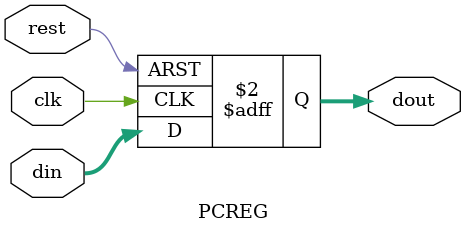
<source format=v>
`timescale 1ps/1ps 

 module PCREG (
		output reg [31:0] dout , 
		input rest,clk,  
		input [31:0] din 
 
 ); 
	always @(posedge clk, posedge rest)
		begin  #50
 
 
			if (rest)
			      dout <=0; 
				  
			else dout<= din;

		end 

 endmodule 
</source>
